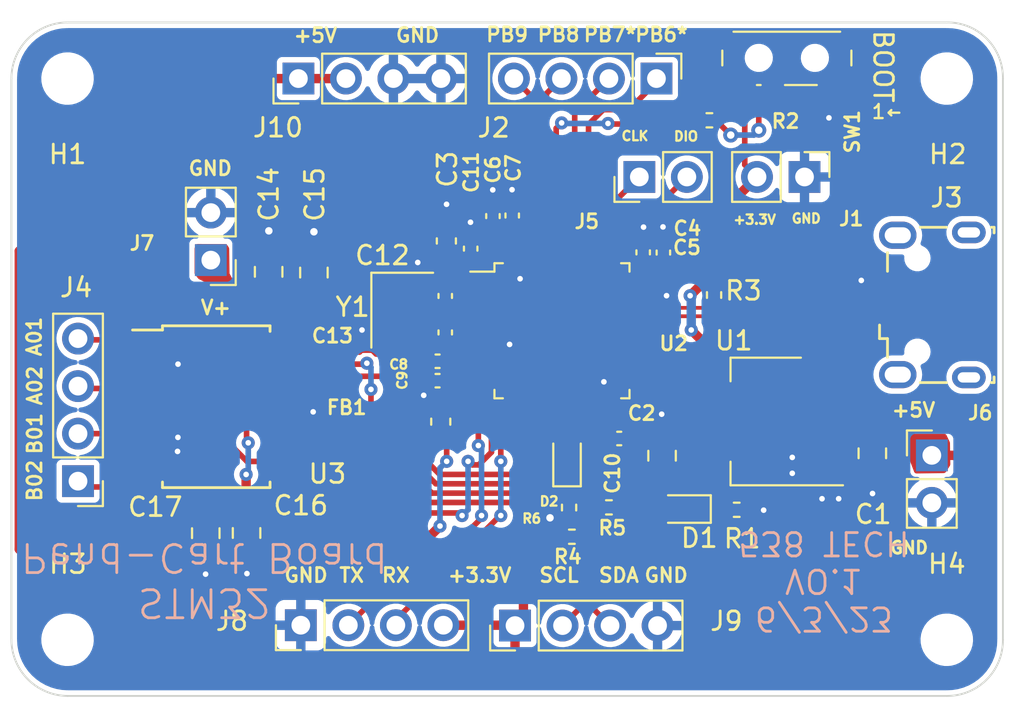
<source format=kicad_pcb>
(kicad_pcb (version 20211014) (generator pcbnew)
  (layers (0 "F.Cu" signal) (31 "B.Cu" power) (34 "B.Paste" user) (35 "F.Paste" user) (36 "B.SilkS" user "B.Silkscreen") (37 "F.SilkS" user "F.Silkscreen") (38 "B.Mask" user) (39 "F.Mask" user) (44 "Edge.Cuts" user))
  (net 0 "")
  (net 1 "+5V")
  (net 2 "GND")
  (net 3 "+3.3V")
  (net 4 "+3.3VA")
  (net 5 "/NRST")
  (net 6 "/HSE_IN")
  (net 7 "/HSE_OUT")
  (net 8 "Motor+")
  (net 9 "/PWR_LED_K")
  (net 10 "TIM4_CH1")
  (net 11 "TIM4_CH2")
  (net 12 "GPIO_INPUT1")
  (net 13 "GPIO_INPUT2")
  (net 14 "/USB_D-")
  (net 15 "/USB_D+")
  (net 18 "/SWDIO")
  (net 19 "/SWCLK")
  (net 20 "USART1_TX")
  (net 21 "USART1_RX")
  (net 22 "I2C2_SCL")
  (net 23 "I2C2_SDA")
  (net 24 "BOOT0")
  (net 25 "Net-(R2-Pad2)")
  (net 29 "PWMA")
  (net 30 "PWMB")
  (net 31 "AOUT1")
  (net 32 "AOUT2")
  (net 33 "BOUT1")
  (net 34 "BOUT2")
  (net 48 "Net-(J4-Pad1)")
  (net 49 "Net-(J4-Pad2)")
  (net 50 "Net-(J4-Pad3)")
  (net 51 "Net-(J4-Pad4)")
  (net 52 "Net-(D2-Pad1)")
  (net 53 "PB1")
  (footprint "Capacitor_SMD:C_0402_1005Metric" (layer "F.Cu") (at 131.28 61.15 180)
    (fp_text reference "C9")
    (fp_text value "1u" hide)
  )
  (footprint "Capacitor_SMD:C_0603_1608Metric" (layer "F.Cu") (at 131.75 53.68 90)
    (fp_text reference "C3")
    (fp_text value "10u" hide)
  )
  (footprint "LED_SMD:LED_0603_1608Metric" (layer "F.Cu") (at 144.4 68.01 180)
    (fp_text reference "D1")
    (fp_text value "RED" hide)
  )
  (footprint "LED_SMD:LED_0603_1608Metric" (layer "F.Cu") (at 138.2 65.31 90)
    (fp_text reference "D2")
    (fp_text value "BLUE" hide)
  )
  (footprint "Connector_USB:USB_Micro-B_Wuerth_629105150521" (layer "F.Cu") (at 157.73 57.1 90)
    (fp_text reference "J3")
    (fp_text value "USB_B_Micro" hide)
  )
  (footprint "Connector_PinHeader_2.54mm:PinHeader_1x04_P2.54mm_Vertical" (layer "F.Cu") (at 123.97 74.22 90)
    (fp_text reference "J8")
    (fp_text value "UART")
  )
  (footprint "MountingHole:MountingHole_2.2mm_M2" (layer "F.Cu") (at 158.5 45)
    (fp_text reference "H2")
    (fp_text value "MountingHole" hide)
  )
  (footprint "Capacitor_SMD:C_0805_2012Metric" (layer "F.Cu") (at 121.07 69.29 -90)
    (fp_text reference "C16")
    (fp_text value "0.1u" hide)
  )
  (footprint "MountingHole:MountingHole_2.2mm_M2" (layer "F.Cu") (at 111.5 45)
    (fp_text reference "H1")
    (fp_text value "MountingHole" hide)
  )
  (footprint "Connector_PinHeader_2.54mm:PinHeader_1x04_P2.54mm_Vertical" (layer "F.Cu") (at 142.98 45 -90)
    (fp_text reference "J2")
    (fp_text value "GPIO")
  )
  (footprint "Resistor_SMD:R_0402_1005Metric" (layer "F.Cu") (at 138.31 67.93 90)
    (fp_text reference "R6")
    (fp_text value "1k5" hide)
  )
  (footprint "Capacitor_SMD:C_0805_2012Metric" (layer "F.Cu") (at 124.67 55.37 90)
    (fp_text reference "C15")
    (fp_text value "10u" hide)
  )
  (footprint "Package_TO_SOT_SMD:SOT-223-3_TabPin2" (layer "F.Cu") (at 148.85 63.33 180)
    (fp_text reference "U1")
    (fp_text value "AMS1117-3.3" hide)
  )
  (footprint "Capacitor_SMD:C_0402_1005Metric" (layer "F.Cu") (at 142.27 54.29 90)
    (fp_text reference "C4")
    (fp_text value "100n" hide)
  )
  (footprint "Capacitor_SMD:C_0402_1005Metric" (layer "F.Cu") (at 131.28 60.11 180)
    (fp_text reference "C8")
    (fp_text value "10n" hide)
  )
  (footprint "Connector_PinHeader_2.54mm:PinHeader_1x02_P2.54mm_Vertical" (layer "F.Cu") (at 119.16 54.705 180)
    (fp_text reference "J7")
    (fp_text value "BAT 12V+" hide)
  )
  (footprint "Capacitor_SMD:C_0402_1005Metric" (layer "F.Cu") (at 133.05 54.09 90)
    (fp_text reference "C11")
    (fp_text value "100n" hide)
  )
  (footprint "MountingHole:MountingHole_2.2mm_M2" (layer "F.Cu") (at 158.5 75)
    (fp_text reference "H4")
    (fp_text value "MountingHole" hide)
  )
  (footprint "Resistor_SMD:R_0402_1005Metric" (layer "F.Cu") (at 145.81 47.23)
    (fp_text reference "R2")
    (fp_text value "10k" hide)
  )
  (footprint "Capacitor_SMD:C_0402_1005Metric" (layer "F.Cu") (at 135.27 52.32 90)
    (fp_text reference "C7")
    (fp_text value "100n" hide)
  )
  (footprint "Resistor_SMD:R_0402_1005Metric" (layer "F.Cu") (at 147.27 68.05)
    (fp_text reference "R1")
    (fp_text value "1k5" hide)
  )
  (footprint "Connector_PinHeader_2.54mm:PinHeader_1x02_P2.54mm_Vertical" (layer "F.Cu") (at 157.7 65.14)
    (fp_text reference "J6")
    (fp_text value "5Vin" hide)
  )
  (footprint "Inductor_SMD:L_0603_1608Metric" (layer "F.Cu") (at 131.45 63.34 -90)
    (fp_text reference "FB1")
    (fp_text value "120R" hide)
  )
  (footprint "Connector_PinHeader_2.54mm:PinHeader_1x02_P2.54mm_Vertical" (layer "F.Cu") (at 150.895 50.26 -90)
    (fp_text reference "J1")
    (fp_text value "PWR" hide)
  )
  (footprint "Connector_PinHeader_2.54mm:PinHeader_1x04_P2.54mm_Vertical" (layer "F.Cu") (at 123.84 45 90)
    (fp_text reference "J10")
    (fp_text value "PWR")
  )
  (footprint "Capacitor_SMD:C_0402_1005Metric" (layer "F.Cu") (at 131.69 56.62 90)
    (fp_text reference "C12")
    (fp_text value "10p" hide)
  )
  (footprint "MountingHole:MountingHole_2.2mm_M2" (layer "F.Cu") (at 111.5 75)
    (fp_text reference "H3")
    (fp_text value "MountingHole" hide)
  )
  (footprint "Capacitor_SMD:C_0402_1005Metric" (layer "F.Cu") (at 140.99 64.24 180)
    (fp_text reference "C10")
    (fp_text value "1u" hide)
  )
  (footprint "Capacitor_SMD:C_0805_2012Metric" (layer "F.Cu") (at 118.89 69.3 -90)
    (fp_text reference "C17")
    (fp_text value "10u" hide)
  )
  (footprint "Capacitor_SMD:C_0805_2012Metric" (layer "F.Cu") (at 122.25 55.33 90)
    (fp_text reference "C14")
    (fp_text value "0.1u" hide)
  )
  (footprint "Resistor_SMD:R_0402_1005Metric" (layer "F.Cu") (at 138.46 69.49)
    (fp_text reference "R4")
    (fp_text value "1k5" hide)
  )
  (footprint "Connector_PinHeader_2.54mm:PinHeader_1x02_P2.54mm_Vertical" (layer "F.Cu") (at 142.065 50.26 90)
    (fp_text reference "J5")
    (fp_text value "DEBUG" hide)
  )
  (footprint "Package_SO:SSOP-24_5.3x8.2mm_P0.65mm" (layer "F.Cu") (at 119.45 62.54)
    (fp_text reference "U3")
    (fp_text value "TB6612FNG" hide)
  )
  (footprint "Connector_PinHeader_2.54mm:PinHeader_1x04_P2.54mm_Vertical" (layer "F.Cu") (at 112.06 66.52 180)
    (fp_text reference "J4")
    (fp_text value "MotorOut")
  )
  (footprint "Capacitor_SMD:C_0805_2012Metric" (layer "F.Cu") (at 143.28 65.16 90)
    (fp_text reference "C2")
    (fp_text value "22u" hide)
  )
  (footprint "Crystal:Crystal_SMD_3225-4Pin_3.2x2.5mm" (layer "F.Cu") (at 129.39 57.38 -90)
    (fp_text reference "Y1")
    (fp_text value "16MHz" hide)
  )
  (footprint "Capacitor_SMD:C_0402_1005Metric" (layer "F.Cu") (at 143.35 54.3 90)
    (fp_text reference "C5")
    (fp_text value "100n" hide)
  )
  (footprint "Resistor_SMD:R_0402_1005Metric" (layer "F.Cu") (at 146.06 56.57 -90)
    (fp_text reference "R3")
    (fp_text value "1k5" hide)
  )
  (footprint "Resistor_SMD:R_0402_1005Metric" (layer "F.Cu") (at 140.44 67.92 180)
    (fp_text reference "R5")
    (fp_text value "1k5" hide)
  )
  (footprint "Button_Switch_SMD:SW_SPDT_PCM12" (layer "F.Cu") (at 149.95 44.225 180)
    (fp_text reference "SW1")
    (fp_text value "SW_SPDT" hide)
  )
  (footprint "Capacitor_SMD:C_0402_1005Metric" (layer "F.Cu") (at 131.69 58.57 -90)
    (fp_text reference "C13")
    (fp_text value "10p" hide)
  )
  (footprint "Capacitor_SMD:C_0402_1005Metric" (layer "F.Cu") (at 134.24 52.35 90)
    (fp_text reference "C6")
    (fp_text value "100n" hide)
  )
  (footprint "Connector_PinHeader_2.54mm:PinHeader_1x04_P2.54mm_Vertical" (layer "F.Cu") (at 135.42 74.24 90)
    (fp_text reference "J9")
    (fp_text value "I2C")
  )
  (footprint "Capacitor_SMD:C_0805_2012Metric" (layer "F.Cu") (at 154.52 65.03 -90)
    (fp_text reference "C1")
    (fp_text value "22u" hide)
  )
  (footprint "Package_QFP:LQFP-48_7x7mm_P0.5mm" (layer "F.Cu") (at 137.93 58.48)
    (fp_text reference "U2")
    (fp_text value "STM32F103C8T6" hide)
  )
  (gr_arc (start 161.5 75) (mid 160.629133 77.129133) (end 158.5 78) (layer "Edge.Cuts") (width 0.1))
  (gr_line (start 111.5 78) (end 158.5 78) (layer "Edge.Cuts") (width 0.1))
  (gr_line (start 108.5 45) (end 108.5 75) (layer "Edge.Cuts") (width 0.1))
  (gr_line (start 158.5 42) (end 111.5 42) (layer "Edge.Cuts") (width 0.1))
  (gr_arc (start 111.5 78) (mid 109.384834 77.115166) (end 108.5 75) (layer "Edge.Cuts") (width 0.1))
  (gr_arc (start 108.5 45) (mid 109.3785 42.8785) (end 111.5 42) (layer "Edge.Cuts") (width 0.1))
  (gr_line (start 161.5 75) (end 161.5 45) (layer "Edge.Cuts") (width 0.1))
  (gr_arc (start 158.5 42) (mid 160.634863 42.865137) (end 161.5 45) (layer "Edge.Cuts") (width 0.1))
  (gr_text "STM32\nPend-Cart Board" (at 118.81 71.8 180) (layer "B.SilkS") (effects (font (size 1.5 1.5)) (justify mirror)))
  (gr_text "6/3/23\nVO.1\n538 TECH" (at 151.93 71.85 180) (layer "B.SilkS") (effects (font (size 1.25 1.25)) (justify mirror)))
  (gr_text "+3.3V" (at 148.23 52.54) (layer "F.SilkS") (effects (font (size 0.5 0.5) (thickness 0.125))))
  (gr_text "SCL" (at 137.77 71.55) (layer "F.SilkS") (effects (font (size 0.75 0.75))))
  (gr_text "GND" (at 156.49 70.08) (layer "F.SilkS") (effects (font (size 0.65 0.65))))
  (gr_text "+5V" (at 156.72 62.72) (layer "F.SilkS") (effects (font (size 0.75 0.75))))
  (gr_text "BOOT" (at 155.1 44.35 270) (layer "F.SilkS") (effects (font (size 1 1))))
  (gr_text "TX" (at 126.69 71.55) (layer "F.SilkS") (effects (font (size 0.75 0.75))))
  (gr_text "PB9" (at 135 42.65) (layer "F.SilkS") (effects (font (size 0.75 0.75))))
  (gr_text "GND" (at 143.5 71.55) (layer "F.SilkS") (effects (font (size 0.75 0.75))))
  (gr_text "DIO" (at 144.56 48.09) (layer "F.SilkS") (effects (font (size 0.5 0.5) (thickness 0.125))))
  (gr_text "GND" (at 119.13 49.8) (layer "F.SilkS") (effects (font (size 0.75 0.75))))
  (gr_text "1←" (at 155.32 46.77) (layer "F.SilkS") (effects (font (size 0.75 0.75) (thickness 0.125))))
  (gr_text "PB6*" (at 143.25 42.65) (layer "F.SilkS") (effects (font (size 0.75 0.75))))
  (gr_text "+3.3V" (at 133.53 71.55) (layer "F.SilkS") (effects (font (size 0.75 0.75))))
  (gr_text "GND" (at 150.99 52.48) (layer "F.SilkS") (effects (font (size 0.5 0.5) (thickness 0.125))))
  (gr_text "GND" (at 130.21 42.68) (layer "F.SilkS") (effects (font (size 0.75 0.75))))
  (gr_text "B01" (at 109.75 63.98 90) (layer "F.SilkS") (effects (font (size 0.75 0.75))))
  (gr_text "GND" (at 124.25 71.55) (layer "F.SilkS") (effects (font (size 0.75 0.75))))
  (gr_text "PB7*" (at 140.5 42.65) (layer "F.SilkS") (effects (font (size 0.75 0.75))))
  (gr_text "+5V" (at 124.75 42.69) (layer "F.SilkS") (effects (font (size 0.75 0.75))))
  (gr_text "A02" (at 109.75 61.41 90) (layer "F.SilkS") (effects (font (size 0.75 0.75))))
  (gr_text "RX" (at 129.05 71.55) (layer "F.SilkS") (effects (font (size 0.75 0.75))))
  (gr_text "SDA" (at 140.97 71.55) (layer "F.SilkS") (effects (font (size 0.75 0.75))))
  (gr_text "PB8" (at 137.75 42.65) (layer "F.SilkS") (effects (font (size 0.75 0.75))))
  (gr_text "V+" (at 119.43 57.24) (layer "F.SilkS") (effects (font (size 0.75 0.75))))
  (gr_text "CLK" (at 141.83 48.07) (layer "F.SilkS") (effects (font (size 0.5 0.5) (thickness 0.125))))
  (gr_text "A01" (at 109.72 58.79 90) (layer "F.SilkS") (effects (font (size 0.75 0.75))))
  (gr_text "B02" (at 109.74 66.49 90) (layer "F.SilkS") (effects (font (size 0.75 0.75))))
  (segment (start 126.38 45) (end 123.84 45) (width 0.5) (layer "F.Cu") (net 1))
  (segment (start 110.682744 71.92) (end 115.89 71.92) (width 0.5) (layer "F.Cu") (net 1))
  (segment (start 149.91 77.32) (end 155.15 72.08) (width 0.5) (layer "F.Cu") (net 1))
  (segment (start 155.15 72.08) (end 159.47 72.08) (width 0.5) (layer "F.Cu") (net 1))
  (segment (start 158.94 65.14) (end 157.7 65.14) (width 0.5) (layer "F.Cu") (net 1))
  (segment (start 123.84 45) (end 118.14 45) (width 0.5) (layer "F.Cu") (net 1))
  (segment (start 108.92 54.22) (end 108.92 70.157256) (width 0.5) (layer "F.Cu") (net 1))
  (segment (start 115.89 71.92) (end 121.29 77.32) (width 0.5) (layer "F.Cu") (net 1))
  (segment (start 118.14 45) (end 108.92 54.22) (width 0.5) (layer "F.Cu") (net 1))
  (segment (start 121.29 77.32) (end 149.91 77.32) (width 0.5) (layer "F.Cu") (net 1))
  (segment (start 159.47 72.08) (end 160.23 71.32) (width 0.5) (layer "F.Cu") (net 1))
  (segment (start 108.92 70.157256) (end 110.682744 71.92) (width 0.5) (layer "F.Cu") (net 1))
  (segment (start 160.23 71.32) (end 160.23 66.43) (width 0.5) (layer "F.Cu") (net 1))
  (segment (start 160.23 66.43) (end 158.94 65.14) (width 0.5) (layer "F.Cu") (net 1))
  (segment (start 131.69 56.14) (end 130.38 56.14) (width 0.5) (layer "F.Cu") (net 2))
  (segment (start 133.05 53.61) (end 133.05 52.69) (width 0.5) (layer "F.Cu") (net 2))
  (segment (start 143.144501 56.23) (end 143.52 56.605499) (width 0.3) (layer "F.Cu") (net 2))
  (segment (start 115.85 64.165) (end 117.385 64.165) (width 0.3) (layer "F.Cu") (net 2))
  (segment (start 143.35 52.95) (end 143.33 52.93) (width 0.5) (layer "F.Cu") (net 2))
  (segment (start 124.5805 62.865) (end 124.63 62.8155) (width 0.3) (layer "F.Cu") (net 2))
  (segment (start 115.85 60.915) (end 115.85 60.265) (width 0.3) (layer "F.Cu") (net 2))
  (segment (start 152.2 47.1) (end 152.2 45.655) (width 0.5) (layer "F.Cu") (net 2))
  (segment (start 133.05 52.69) (end 133.04 52.68) (width 0.5) (layer "F.Cu") (net 2))
  (segment (start 121.07 71.44) (end 121.09 71.46) (width 0.5) (layer "F.Cu") (net 2))
  (segment (start 117.405 60.265) (end 115.85 60.265) (width 0.3) (layer "F.Cu") (net 2))
  (segment (start 134.24 51.87) (end 134.24 50.96) (width 0.5) (layer "F.Cu") (net 2))
  (segment (start 121.07 70.24) (end 121.07 71.44) (width 0.5) (layer "F.Cu") (net 2))
  (segment (start 142.27 52.9595) (end 142.2895 52.94) (width 0.5) (layer "F.Cu") (net 2))
  (segment (start 143.35 53.82) (end 143.35 52.95) (width 0.5) (layer "F.Cu") (net 2))
  (segment (start 138.31 68.44) (end 137.33 68.44) (width 0.3) (layer "F.Cu") (net 2))
  (segment (start 117.385 64.165) (end 117.4 64.18) (width 0.3) (layer "F.Cu") (net 2))
  (segment (start 142.27 53.81) (end 142.27 52.9595) (width 0.5) (layer "F.Cu") (net 2))
  (segment (start 128.54 58.48) (end 127.28 58.48) (width 0.5) (layer "F.Cu") (net 2))
  (segment (start 127.28 58.48) (end 127.24 58.44) (width 0.5) (layer "F.Cu") (net 2))
  (segment (start 133.7675 59.23) (end 131.87 59.23) (width 0.3) (layer "F.Cu") (net 2))
  (segment (start 122.25 53.15) (end 122.26 53.14) (width 0.5) (layer "F.Cu") (net 2))
  (segment (start 154.52 67.17) (end 154.53 67.18) (width 0.5) (layer "F.Cu") (net 2))
  (segment (start 133.7675 59.23) (end 135.11 59.23) (width 0.3) (layer "F.Cu") (net 2))
  (segment (start 123.05 62.865) (end 124.5805 62.865) (width 0.3) (layer "F.Cu") (net 2))
  (segment (start 140.18 61.22) (end 140.17 61.21) (width 0.3) (layer "F.Cu") (net 2))
  (segment (start 148.69 68.05) (end 148.71 68.07) (width 0.5) (layer "F.Cu") (net 2))
  (segment (start 135.11 59.23) (end 135.13 59.21) (width 0.3) (layer "F.Cu") (net 2))
  (segment (start 142.0925 56.23) (end 143.144501 56.23) (width 0.3) (layer "F.Cu") (net 2))
  (segment (start 135.27 50.95) (end 135.26 50.94) (width 0.5) (layer "F.Cu") (net 2))
  (segment (start 143.28 64.21) (end 143.28 62.96) (width 0.5) (layer "F.Cu") (net 2))
  (segment (start 130.8 61.15) (end 130.8 61.6708) (width 0.3) (layer "F.Cu") (net 2))
  (segment (start 147.78 68.05) (end 148.69 68.05) (width 0.5) (layer "F.Cu") (net 2))
  (segment (start 137.33 68.44) (end 137.29 68.48) (width 0.3) (layer "F.Cu") (net 2))
  (segment (start 118.89 70.25) (end 118.89 71.48) (width 0.5) (layer "F.Cu") (net 2))
  (segment (start 153.93 55.79) (end 155.82 55.79) (width 0.3) (layer "F.Cu") (net 2))
  (segment (start 122.25 54.38) (end 122.25 53.15) (width 0.5) (layer "F.Cu") (net 2))
  (segment (start 115.85 64.815) (end 117.265 64.815) (width 0.3) (layer "F.Cu") (net 2))
  (segment (start 143.28 62.96) (end 143.26 62.94) (width 0.5) (layer "F.Cu") (net 2))
  (segment (start 130.24 54.85) (end 130.22 54.83) (width 0.5) (layer "F.Cu") (net 2))
  (segment (start 134.24 50.96) (end 134.23 50.95) (width 0.5) (layer "F.Cu") (net 2))
  (segment (start 117.265 64.815) (end 117.38 64.93) (width 0.3) (layer "F.Cu") (net 2))
  (segment (start 130.8 61.6708) (end 130.539105 61.931695) (width 0.3) (layer "F.Cu") (net 2))
  (segment (start 118.89 71.48) (end 118.88 71.49) (width 0.5) (layer "F.Cu") (net 2))
  (segment (start 135.27 51.84) (end 135.27 50.95) (width 0.5) (layer "F.Cu") (net 2))
  (segment (start 131.75 52.905) (end 131.75 51.73) (width 0.5) (layer "F.Cu") (net 2))
  (segment (start 130.38 56.14) (end 130.24 56.28) (width 0.5) (layer "F.Cu") (net 2))
  (segment (start 130.24 56.28) (end 130.24 54.85) (width 0.5) (layer "F.Cu") (net 2))
  (segment (start 135.68 54.3175) (end 135.68 55.69) (width 0.3) (layer "F.Cu") (net 2))
  (segment (start 130.8 60.11) (end 130.8 61.15) (width 0.3) (layer "F.Cu") (net 2))
  (segment (start 140.18 62.6425) (end 140.18 61.22) (width 0.3) (layer "F.Cu") (net 2))
  (segment (start 131.87 59.23) (end 131.69 59.05) (width 0.3) (layer "F.Cu") (net 2))
  (segment (start 124.67 54.42) (end 124.67 53.19) (width 0.5) (layer "F.Cu") (net 2))
  (segment (start 135.68 55.69) (end 135.69 55.7) (width 0.3) (layer "F.Cu") (net 2))
  (segment (start 155.82 55.79) (end 155.83 55.8) (width 0.3) (layer "F.Cu") (net 2))
  (segment (start 131.75 51.73) (end 131.76 51.72) (width 0.5) (layer "F.Cu") (net 2))
  (segment (start 140.18 62.6425) (end 140.18 63.91) (width 0.3) (layer "F.Cu") (net 2))
  (segment (start 140.18 63.91) (end 140.51 64.24) (width 0.3) (layer "F.Cu") (net 2))
  (via (at 124.63 62.8155) (size 0.7) (drill 0.3) (layers "F.Cu" "B.Cu") (net 2))
  (via (at 117.4 64.18) (size 0.7) (drill 0.3) (layers "F.Cu" "B.Cu") (net 2))
  (via (at 135.26 50.94) (size 0.7) (drill 0.3) (layers "F.Cu" "B.Cu") (net 2))
  (via (at 130.22 54.83) (size 0.7) (drill 0.3) (layers "F.Cu" "B.Cu") (net 2))
  (via (at 137.29 68.48) (size 0.8) (drill 0.4) (layers "F.Cu" "B.Cu") (net 2))
  (via (at 122.26 53.14) (size 0.8) (drill 0.4) (layers "F.Cu" "B.Cu") (net 2))
  (via (at 135.13 59.21) (size 0.7) (drill 0.3) (layers "F.Cu" "B.Cu") (net 2))
  (via (at 152.72 67.46) (size 0.7) (drill 0.3) (layers "F.Cu" "B.Cu") (net 2))
  (via (at 150.24 65.25) (size 0.7) (drill 0.3) (layers "F.Cu" "B.Cu") (net 2))
  (via (at 117.38 64.93) (size 0.7) (drill 0.3) (layers "F.Cu" "B.Cu") (net 2))
  (via (at 131.76 51.72) (size 0.7) (drill 0.3) (layers "F.Cu" "B.Cu") (net 2))
  (via (at 140.17 61.21) (size 0.7) (drill 0.3) (layers "F.Cu" "B.Cu") (net 2))
  (via (at 121.09 71.46) (size 0.7) (drill 0.3) (layers "F.Cu" "B.Cu") (net 2))
  (via (at 130.539105 61.931695) (size 0.7) (drill 0.3) (layers "F.Cu" "B.Cu") (net 2))
  (via (at 150.24 66.1) (size 0.7) (drill 0.3) (layers "F.Cu" "B.Cu") (net 2))
  (via (at 135.69 55.7) (size 0.7) (drill 0.3) (layers "F.Cu" "B.Cu") (net 2))
  (via (at 152.2 47.1) (size 0.7) (drill 0.3) (layers "F.Cu" "B.Cu") (net 2))
  (via (at 148.71 68.07) (size 0.7) (drill 0.3) (layers "F.Cu" "B.Cu") (net 2))
  (via (at 134.23 50.95) (size 0.7) (drill 0.3) (layers "F.Cu" "B.Cu") (net 2))
  (via (at 127.24 58.44) (size 0.7) (drill 0.3) (layers "F.Cu" "B.Cu") (net 2))
  (via (at 151.83 67.46) (size 0.7) (drill 0.3) (layers "F.Cu" "B.Cu") (net 2))
  (via (at 124.67 53.19) (size 0.8) (drill 0.4) (layers "F.Cu" "B.Cu") (net 2))
  (via (at 154.53 67.18) (size 0.7) (drill 0.3) (layers "F.Cu" "B.Cu") (net 2))
  (via (at 143.33 52.93) (size 0.7) (drill 0.3) (layers "F.Cu" "B.Cu") (net 2))
  (via (at 143.52 56.605499) (size 0.7) (drill 0.3) (layers "F.Cu" "B.Cu") (net 2))
  (via (at 133.04 52.68) (size 0.7) (drill 0.3) (layers "F.Cu" "B.Cu") (net 2))
  (via (at 118.88 71.49) (size 0.7) (drill 0.3) (layers "F.Cu" "B.Cu") (net 2))
  (via (at 117.405 60.265) (size 0.7) (drill 0.3) (layers "F.Cu" "B.Cu") (net 2))
  (via (at 142.2895 52.94) (size 0.7) (drill 0.3) (layers "F.Cu" "B.Cu") (net 2))
  (via (at 153.93 55.79) (size 0.7) (drill 0.3) (layers "F.Cu" "B.Cu") (net 2))
  (via (at 143.26 62.94) (size 0.7) (drill 0.3) (layers "F.Cu" "B.Cu") (net 2))
  (segment (start 129.7195 70.61) (end 123.2 70.61) (width 0.5) (layer "F.Cu") (net 3))
  (segment (start 121.505 62.215) (end 121.07 62.65) (width 0.3) (layer "F.Cu") (net 3))
  (segment (start 135.42 74.24) (end 135.42 76.61) (width 0.5) (layer "F.Cu") (net 3))
  (segment (start 135.41 76.62) (end 122.15 76.62) (width 0.5) (layer "F.Cu") (net 3))
  (segment (start 123.05 62.215) (end 121.505 62.215) (width 0.3) (layer "F.Cu") (net 3))
  (segment (start 142.63 66.11) (end 141.47 64.95) (width 0.5) (layer "F.Cu") (net 3))
  (segment (start 121.07 62.65) (end 121.07 64.38) (width 0.3) (layer "F.Cu") (net 3))
  (segment (start 144.68 54.78) (end 143.35 54.78) (width 0.5) (layer "F.Cu") (net 3))
  (segment (start 121.6 76.07) (end 121.6 72.21) (width 0.5) (layer "F.Cu") (net 3))
  (segment (start 137.95 69.49) (end 136.61 69.49) (width 0.5) (layer "F.Cu") (net 3))
  (segment (start 121.07 64.38) (end 121.16 64.47) (width 0.3) (layer "F.Cu") (net 3))
  (segment (start 129.655 52.36) (end 131.75 54.455) (width 0.5) (layer "F.Cu") (net 3))
  (segment (start 135.4 74.22) (end 135.42 74.24) (width 0.5) (layer "F.Cu") (net 3))
  (segment (start 146.06 52.555) (end 148.355 50.26) (width 0.5) (layer "F.Cu") (net 3))
  (segment (start 122.15 76.62) (end 121.6 76.07) (width 0.5) (layer "F.Cu") (net 3))
  (segment (start 147.7 45.655) (end 147.7 49.605) (width 0.3) (layer "F.Cu") (net 3))
  (segment (start 135.87 70.23) (end 135.87 73.79) (width 0.5) (layer "F.Cu") (net 3))
  (segment (start 116.56 57.77) (end 116.56 50.32) (width 0.5) (layer "F.Cu") (net 3))
  (segment (start 143.6125 68.01) (end 143.6125 66.4425) (width 0.5) (layer "F.Cu") (net 3))
  (segment (start 134.17995 52.83) (end 132.34995 51) (width 0.3) (layer "F.Cu") (net 3))
  (segment (start 143.6125 66.4425) (end 143.28 66.11) (width 0.5) (layer "F.Cu") (net 3))
  (segment (start 135.87 73.79) (end 135.42 74.24) (width 0.5) (layer "F.Cu") (net 3))
  (segment (start 146.06 56.06) (end 145.96 56.06) (width 0.5) (layer "F.Cu") (net 3))
  (segment (start 133.025 55.73) (end 131.75 54.455) (width 0.3) (layer "F.Cu") (net 3))
  (segment (start 145.38 76.13) (end 144.89 76.62) (width 0.5) (layer "F.Cu") (net 3))
  (segment (start 130.27 51.74) (end 130.27 51.745) (width 0.3) (layer "F.Cu") (net 3))
  (segment (start 143.6125 68.01) (end 143.6125 69.7025) (width 0.5) (layer "F.Cu") (net 3))
  (segment (start 131.01 51) (end 130.27 51.74) (width 0.3) (layer "F.Cu") (net 3))
  (segment (start 143.5225 67.92) (end 143.6125 68.01) (width 0.5) (layer "F.Cu") (net 3))
  (segment (start 142.0925 54.9475) (end 142.27 54.77) (width 0.3) (layer "F.Cu") (net 3))
  (segment (start 134.27 52.8) (end 134.24 52.83) (width 0.3) (layer "F.Cu") (net 3))
  (segment (start 141.47 63.4325) (end 140.68 62.6425) (width 0.3) (layer "F.Cu") (net 3))
  (segment (start 121.06 68.35) (end 121.07 68.34) (width 0.5) (layer "F.Cu") (net 3))
  (segment (start 123.2 70.61) (end 123.2 69.32) (width 0.5) (layer "F.Cu") (net 3))
  (segment (start 118.89 68.35) (end 118.89 60.1) (width 0.5) (layer "F.Cu") (net 3))
  (segment (start 141.47 64.24) (end 141.47 63.4325) (width 0.3) (layer "F.Cu") (net 3))
  (segment (start 145.7 59.3) (end 144.84 58.44) (width 0.5) (layer "F.Cu") (net 3))
  (segment (start 125.975 48.68) (end 129.655 52.36) (width 0.5) (layer "F.Cu") (net 3))
  (segment (start 123.2 69.32) (end 122.22 68.34) (width 0.5) (layer "F.Cu") (net 3))
  (segment (start 132.34995 51) (end 131.01 51) (width 0.3) (layer "F.Cu") (net 3))
  (segment (start 118.89 60.1) (end 116.56 57.77) (width 0.5) (layer "F.Cu") (net 3))
  (segment (start 145.38 71.49) (end 145.38 76.13) (width 0.5) (layer "F.Cu") (net 3))
  (segment (start 140.95 67.92) (end 143.5225 67.92) (width 0.5) (layer "F.Cu") (net 3))
  (segment (start 143.34 54.77) (end 143.35 54.78) (width 0.3) (layer "F.Cu") (net 3))
  (segment (start 135.18 52.89) (end 135.27 52.8) (width 0.3) (layer "F.Cu") (net 3))
  (segment (start 121.046316 66.162805) (end 121.046316 68.316316) (width 0.5) (layer "F.Cu") (net 3))
  (segment (start 146.06 56.06) (end 146.06 52.555) (width 0.5) (layer "F.Cu") (net 3))
  (segment (start 121.046316 68.316316) (end 121.07 68.34) (width 0.5) (layer "F.Cu") (net 3))
  (segment (start 130.27 51.745) (end 129.655 52.36) (width 0.3) (layer "F.Cu") (net 3))
  (segment (start 135.42 76.61) (end 135.41 76.62) (width 0.5) (layer "F.Cu") (net 3))
  (segment (start 122.22 68.34) (end 121.07 68.34) (width 0.5) (layer "F.Cu") (net 3))
  (segment (start 147.7 49.605) (end 148.355 50.26) (width 0.3) (layer "F.Cu") (net 3))
  (segment (start 143.6125 69.7025) (end 145.37 71.46) (width 0.5) (layer "F.Cu") (net 3))
  (segment (start 145.325499 56.06) (end 146.06 56.06) (width 0.5) (layer "F.Cu") (net 3))
  (segment (start 121.6 72.21) (end 123.2 70.61) (width 0.5) (layer "F.Cu") (net 3))
  (segment (start 141.47 64.95) (end 141.47 64.24) (width 0.5) (layer "F.Cu") (net 3))
  (segment (start 136.61 69.49) (end 135.87 70.23) (width 0.5) (layer "F.Cu") (net 3))
  (segment (start 134.24 52.83) (end 134.17995 52.83) (width 0.3) (layer "F.Cu") (net 3))
  (segment (start 118.89 68.35) (end 121.06 68.35) (width 0.5) (layer "F.Cu") (net 3))
  (segment (start 144.89 76.62) (end 135.41 76.62) (width 0.5) (layer "F.Cu") (net 3))
  (segment (start 116.56 50.32) (end 118.2 48.68) (width 0.5) (layer "F.Cu") (net 3))
  (segment (start 135.18 54.3175) (end 135.18 52.89) (width 0.3) (layer "F.Cu") (net 3))
  (segment (start 142.27 54.77) (end 143.34 54.77) (width 0.3) (layer "F.Cu") (net 3))
  (segment (start 131.41 68.9195) (end 129.7195 70.61) (width 0.5) (layer "F.Cu") (net 3))
  (segment (start 143.28 66.11) (end 142.63 66.11) (width 0.5) (layer "F.Cu") (net 3))
  (segment (start 145.7 63.33) (end 145.7 59.3) (width 0.5) (layer "F.Cu") (net 3))
  (segment (start 142.0925 55.73) (end 142.0925 54.9475) (width 0.3) (layer "F.Cu") (net 3))
  (segment (start 131.59 74.22) (end 135.4 74.22) (width 0.5) (layer "F.Cu") (net 3))
  (segment (start 133.7675 55.73) (end 133.025 55.73) (width 0.3) (layer "F.Cu") (net 3))
  (segment (start 135.27 52.8) (end 134.27 52.8) (width 0.3) (layer "F.Cu") (net 3))
  (segment (start 145.96 56.06) (end 144.68 54.78) (width 0.5) (layer "F.Cu") (net 3))
  (segment (start 131.766728 64.444228) (end 131.45 64.1275) (width 0.3) (layer "F.Cu") (net 3))
  (segment (start 123.05 61.565) (end 123.05 62.215) (width 0.3) (layer "F.Cu") (net 3))
  (segment (start 118.2 48.68) (end 125.975 48.68) (width 0.5) (layer "F.Cu") (net 3))
  (segment (start 131.766728 65.4605) (end 131.766728 64.444228) (width 0.3) (layer "F.Cu") (net 3))
  (segment (start 144.78 56.605499) (end 145.325499 56.06) (width 0.5) (layer "F.Cu") (net 3))
  (via (at 131.41 68.9195) (size 0.7) (drill 0.3) (layers "F.Cu" "B.Cu") (net 3))
  (via (at 144.84 58.44) (size 0.7) (drill 0.3) (layers "F.Cu" "B.Cu") (net 3))
  (via (at 144.78 56.605499) (size 0.7) (drill 0.3) (layers "F.Cu" "B.Cu") (net 3))
  (via (at 121.16 64.47) (size 0.7) (drill 0.3) (layers "F.Cu" "B.Cu") (net 3))
  (via (at 131.766728 65.4605) (size 0.7) (drill 0.3) (layers "F.Cu" "B.Cu") (net 3))
  (via (at 121.046316 66.162805) (size 0.7) (drill 0.3) (layers "F.Cu" "B.Cu") (net 3))
  (segment (start 121.16 64.47) (end 121.16 66.049121) (width 0.3) (layer "B.Cu") (net 3))
  (segment (start 121.16 66.049121) (end 121.046316 66.162805) (width 0.3) (layer "B.Cu") (net 3))
  (segment (start 144.84 58.44) (end 144.84 56.665499) (width 0.5) (layer "B.Cu") (net 3))
  (segment (start 131.41 68.9195) (end 131.41 65.817228) (width 0.3) (layer "B.Cu") (net 3))
  (segment (start 144.84 56.665499) (end 144.78 56.605499) (width 0.5) (layer "B.Cu") (net 3))
  (segment (start 131.41 65.817228) (end 131.766728 65.4605) (width 0.3) (layer "B.Cu") (net 3))
  (segment (start 131.45 61.46) (end 131.76 61.15) (width 0.3) (layer "F.Cu") (net 4))
  (segment (start 132.14 59.73) (end 131.76 60.11) (width 0.3) (layer "F.Cu") (net 4))
  (segment (start 131.45 62.5525) (end 131.45 61.46) (width 0.3) (layer "F.Cu") (net 4))
  (segment (start 133.7675 59.73) (end 132.14 59.73) (width 0.3) (layer "F.Cu") (net 4))
  (segment (start 131.76 61.15) (end 131.76 60.11) (width 0.5) (layer "F.Cu") (net 4))
  (segment (start 133.05 54.57) (end 134.093959 54.57) (width 0.3) (layer "F.Cu") (net 5))
  (segment (start 134.936041 58.4) (end 134.606041 58.73) (width 0.3) (layer "F.Cu") (net 5))
  (segment (start 134.093959 54.57) (end 134.96 55.436041) (width 0.3) (layer "F.Cu") (net 5))
  (segment (start 134.96 55.436041) (end 134.96 58.4) (width 0.3) (layer "F.Cu") (net 5))
  (segment (start 134.606041 58.73) (end 133.7675 58.73) (width 0.3) (layer "F.Cu") (net 5))
  (segment (start 134.96 58.4) (end 134.936041 58.4) (width 0.3) (layer "F.Cu") (net 5))
  (segment (start 131.46 57.33) (end 131.69 57.1) (width 0.3) (layer "F.Cu") (net 6))
  (segment (start 132.298959 57.1) (end 132.928959 57.73) (width 0.3) (layer "F.Cu") (net 6))
  (segment (start 128.54 56.28) (end 128.54 56.58) (width 0.3) (layer "F.Cu") (net 6))
  (segment (start 128.54 56.58) (end 129.29 57.33) (width 0.3) (layer "F.Cu") (net 6))
  (segment (start 131.69 57.1) (end 132.298959 57.1) (width 0.3) (layer "F.Cu") (net 6))
  (segment (start 132.928959 57.73) (end 133.7675 57.73) (width 0.3) (layer "F.Cu") (net 6))
  (segment (start 129.29 57.33) (end 131.46 57.33) (width 0.3) (layer "F.Cu") (net 6))
  (segment (start 133.7675 58.23) (end 131.83 58.23) (width 0.3) (layer "F.Cu") (net 7))
  (segment (start 130.24 58.48) (end 130.74 58.48) (width 0.3) (layer "F.Cu") (net 7))
  (segment (start 130.74 58.48) (end 131.13 58.09) (width 0.3) (layer "F.Cu") (net 7))
  (segment (start 131.83 58.23) (end 131.69 58.09) (width 0.3) (layer "F.Cu") (net 7))
  (segment (start 131.13 58.09) (end 131.69 58.09) (width 0.3) (layer "F.Cu") (net 7))
  (segment (start 121.355 58.965) (end 123.05 58.965) (width 0.3) (layer "F.Cu") (net 8))
  (segment (start 123.05 65.465) (end 123.05 66.115) (width 0.3) (layer "F.Cu") (net 8))
  (segment (start 120.35 64.72) (end 120.35 59.97) (width 0.3) (layer "F.Cu") (net 8))
  (segment (start 120.35 59.97) (end 121.355 58.965) (width 0.3) (layer "F.Cu") (net 8))
  (segment (start 121.095 65.465) (end 120.35 64.72) (width 0.3) (layer "F.Cu") (net 8))
  (segment (start 123.05 65.465) (end 121.095 65.465) (width 0.3) (layer "F.Cu") (net 8))
  (segment (start 145.1875 68.01) (end 146.72 68.01) (width 0.3) (layer "F.Cu") (net 9))
  (segment (start 146.72 68.01) (end 146.76 68.05) (width 0.3) (layer "F.Cu") (net 9))
  (segment (start 139.35 47.45) (end 140.14 46.66) (width 0.3) (layer "F.Cu") (net 10))
  (segment (start 138.18 52.474212) (end 139.35 51.304212) (width 0.3) (layer "F.Cu") (net 10))
  (segment (start 139.35 51.304212) (end 139.35 47.45) (width 0.3) (layer "F.Cu") (net 10))
  (segment (start 138.18 54.3175) (end 138.18 52.474212) (width 0.3) (layer "F.Cu") (net 10))
  (segment (start 142.98 45.19) (end 142.98 45) (width 0.3) (layer "F.Cu") (net 10))
  (segment (start 141.51 46.66) (end 142.98 45.19) (width 0.3) (layer "F.Cu") (net 10))
  (segment (start 140.14 46.66) (end 141.51 46.66) (width 0.3) (layer "F.Cu") (net 10))
  (segment (start 138.61 46.83) (end 140.44 45) (width 0.3) (layer "F.Cu") (net 11))
  (segment (start 138.61 51.337106) (end 138.61 46.83) (width 0.3) (layer "F.Cu") (net 11))
  (segment (start 137.68 54.3175) (end 137.68 52.267106) (width 0.3) (layer "F.Cu") (net 11))
  (segment (start 137.68 52.267106) (end 138.61 51.337106) (width 0.3) (layer "F.Cu") (net 11))
  (segment (start 136.68 51.84) (end 136.68 54.3175) (width 0.3) (layer "F.Cu") (net 12))
  (segment (start 137.9 45) (end 137.1 45.8) (width 0.3) (layer "F.Cu") (net 12))
  (segment (start 137.1 51.42) (end 136.68 51.84) (width 0.3) (layer "F.Cu") (net 12))
  (segment (start 137.1 45.8) (end 137.1 51.42) (width 0.3) (layer "F.Cu") (net 12))
  (segment (start 136.18 54.3175) (end 136.18 45.82) (width 0.3) (layer "F.Cu") (net 13))
  (segment (start 136.18 45.82) (end 135.36 45) (width 0.3) (layer "F.Cu") (net 13))
  (segment (start 142.0925 57.73) (end 142.117499 57.705001) (width 0.2) (layer "F.Cu") (net 14))
  (segment (start 142.117499 57.705001) (end 155.785001 57.705001) (width 0.2) (layer "F.Cu") (net 14))
  (segment (start 155.785001 57.705001) (end 155.83 57.75) (width 0.2) (layer "F.Cu") (net 14))
  (segment (start 155.035 57.1) (end 155.83 57.1) (width 0.2) (layer "F.Cu") (net 15))
  (segment (start 154.88 57.255) (end 155.035 57.1) (width 0.2) (layer "F.Cu") (net 15))
  (segment (start 142.117499 57.254999) (end 154.88 57.255) (width 0.2) (layer "F.Cu") (net 15))
  (segment (start 142.0925 57.23) (end 142.117499 57.254999) (width 0.2) (layer "F.Cu") (net 15))
  (segment (start 142.37 51.68) (end 143.185 51.68) (width 0.3) (layer "F.Cu") (net 18))
  (segment (start 143.185 51.68) (end 144.605 50.26) (width 0.3) (layer "F.Cu") (net 18))
  (segment (start 141.39 54.946041) (end 141.39 52.66) (width 0.3) (layer "F.Cu") (net 18))
  (segment (start 141.005 55.331041) (end 141.39 54.946041) (width 0.3) (layer "F.Cu") (net 18))
  (segment (start 142.0925 56.73) (end 141.253959 56.73) (width 0.3) (layer "F.Cu") (net 18))
  (segment (start 141.005 56.481041) (end 141.005 55.331041) (width 0.3) (layer "F.Cu") (net 18))
  (segment (start 141.253959 56.73) (end 141.005 56.481041) (width 0.3) (layer "F.Cu") (net 18))
  (segment (start 141.39 52.66) (end 142.37 51.68) (width 0.3) (layer "F.Cu") (net 18))
  (segment (start 140.68 51.645) (end 142.065 50.26) (width 0.3) (layer "F.Cu") (net 19))
  (segment (start 140.68 54.3175) (end 140.68 51.645) (width 0.3) (layer "F.Cu") (net 19))
  (segment (start 133.63 68.49) (end 129.88 72.24) (width 0.3) (layer "F.Cu") (net 20))
  (segment (start 128.49 72.24) (end 126.51 74.22) (width 0.3) (layer "F.Cu") (net 20))
  (segment (start 133.63 68.3595) (end 133.63 68.49) (width 0.3) (layer "F.Cu") (net 20))
  (segment (start 133.460058 61.537442) (end 133.7675 61.23) (width 0.3) (layer "F.Cu") (net 20))
  (segment (start 133.460058 64.615432) (end 133.460058 61.537442) (width 0.3) (layer "F.Cu") (net 20))
  (segment (start 129.88 72.24) (end 128.49 72.24) (width 0.3) (layer "F.Cu") (net 20))
  (via (at 133.63 68.3595) (size 0.7) (drill 0.3) (layers "F.Cu" "B.Cu") (net 20))
  (via (at 133.460058 64.615432) (size 0.7) (drill 0.3) (layers "F.Cu" "B.Cu") (net 20))
  (segment (start 133.63 68.3595) (end 133.63 64.785374) (width 0.3) (layer "B.Cu") (net 20))
  (segment (start 133.63 64.785374) (end 133.460058 64.615432) (width 0.3) (layer "B.Cu") (net 20))
  (segment (start 134.659558 63.162942) (end 135.18 62.6425) (width 0.3) (layer "F.Cu") (net 21))
  (segment (start 134.6205 68.3595) (end 129.05 73.93) (width 0.3) (layer "F.Cu") (net 21))
  (segment (start 129.05 73.93) (end 129.05 74.22) (width 0.3) (layer "F.Cu") (net 21))
  (segment (start 134.659558 65.4605) (end 134.659558 63.162942) (width 0.3) (layer "F.Cu") (net 21))
  (segment (start 134.659558 68.3595) (end 134.6205 68.3595) (width 0.3) (layer "F.Cu") (net 21))
  (via (at 134.659558 65.4605) (size 0.7) (drill 0.3) (layers "F.Cu" "B.Cu") (net 21))
  (via (at 134.659558 68.3595) (size 0.7) (drill 0.3) (layers "F.Cu" "B.Cu") (net 21))
  (segment (start 134.659558 68.3595) (end 134.659558 65.4605) (width 0.3) (layer "B.Cu") (net 21))
  (segment (start 139.16 69.49) (end 139.18 69.47) (width 0.3) (layer "F.Cu") (net 22))
  (segment (start 139.18 69.47) (end 139.18 73.02) (width 0.3) (layer "F.Cu") (net 22))
  (segment (start 139.18 62.6425) (end 139.18 69.47) (width 0.3) (layer "F.Cu") (net 22))
  (segment (start 138.97 69.49) (end 139.16 69.49) (width 0.3) (layer "F.Cu") (net 22))
  (segment (start 139.18 73.02) (end 137.96 74.24) (width 0.3) (layer "F.Cu") (net 22))
  (segment (start 139.93 67.92) (end 139.73 67.92) (width 0.3) (layer "F.Cu") (net 23))
  (segment (start 139.68 62.6425) (end 139.68 67.87) (width 0.3) (layer "F.Cu") (net 23))
  (segment (start 139.73 67.92) (end 139.68 67.87) (width 0.3) (layer "F.Cu") (net 23))
  (segment (start 139.68 67.87) (end 139.68 73.42) (width 0.3) (layer "F.Cu") (net 23))
  (segment (start 139.68 73.42) (end 140.5 74.24) (width 0.3) (layer "F.Cu") (net 23))
  (segment (start 137.18 52.06) (end 137.18 54.3175) (width 0.3) (layer "F.Cu") (net 24))
  (segment (start 145.3 47.23) (end 145.1 47.43) (width 0.3) (layer "F.Cu") (net 24))
  (segment (start 140.4205 47.43) (end 140.389872 47.399372) (width 0.3) (layer "F.Cu") (net 24))
  (segment (start 137.9105 47.37) (end 137.62 47.6605) (width 0.3) (layer "F.Cu") (net 24))
  (segment (start 145.1 47.43) (end 140.4205 47.43) (width 0.3) (layer "F.Cu") (net 24))
  (segment (start 137.62 47.6605) (end 137.62 51.62) (width 0.3) (layer "F.Cu") (net 24))
  (segment (start 137.62 51.62) (end 137.18 52.06) (width 0.3) (layer "F.Cu") (net 24))
  (via (at 140.389872 47.399372) (size 0.7) (drill 0.3) (layers "F.Cu" "B.Cu") (net 24))
  (via (at 137.9105 47.37) (size 0.7) (drill 0.3) (layers "F.Cu" "B.Cu") (net 24))
  (segment (start 140.389872 47.399372) (end 137.939872 47.399372) (width 0.3) (layer "B.Cu") (net 24))
  (segment (start 137.939872 47.399372) (end 137.9105 47.37) (width 0.3) (layer "B.Cu") (net 24))
  (segment (start 146.32 47.23) (end 146.32 47.3895) (width 0.3) (layer "F.Cu") (net 25))
  (segment (start 148.4495 47.76) (end 148.4495 46.4055) (width 0.3) (layer "F.Cu") (net 25))
  (segment (start 146.32 47.3895) (end 146.9505 48.02) (width 0.3) (layer "F.Cu") (net 25))
  (segment (start 148.4495 46.4055) (end 149.2 45.655) (width 0.3) (layer "F.Cu") (net 25))
  (via (at 146.9505 48.02) (size 0.8) (drill 0.4) (layers "F.Cu" "B.Cu") (net 25))
  (via (at 148.4495 47.76) (size 0.8) (drill 0.4) (layers "F.Cu" "B.Cu") (net 25))
  (segment (start 146.9505 48.02) (end 148.1895 48.02) (width 0.3) (layer "B.Cu") (net 25))
  (segment (start 148.1895 48.02) (end 148.4495 47.76) (width 0.3) (layer "B.Cu") (net 25))
  (segment (start 132.68 60.46) (end 132.91 60.23) (width 0.3) (layer "F.Cu") (net 29))
  (segment (start 132.68 62.601834) (end 132.68 60.46) (width 0.3) (layer "F.Cu") (net 29))
  (segment (start 127.11055 59.615) (end 127.21005 59.5155) (width 0.3) (layer "F.Cu") (net 29))
  (segment (start 129.839105 61.641745) (end 129.839105 62.220939) (width 0.3) (layer "F.Cu") (net 29))
  (segment (start 129.839105 62.220939) (end 130.958166 63.34) (width 0.3) (layer "F.Cu") (net 29))
  (segment (start 127.21005 59.5155) (end 127.78995 59.5155) (width 0.3) (layer "F.Cu") (net 29))
  (segment (start 131.941834 63.34) (end 132.68 62.601834) (width 0.3) (layer "F.Cu") (net 29))
  (segment (start 129.9 61.58085) (end 129.839105 61.641745) (width 0.3) (layer "F.Cu") (net 29))
  (segment (start 130.958166 63.34) (end 131.941834 63.34) (width 0.3) (layer "F.Cu") (net 29))
  (segment (start 132.91 60.23) (end 133.7675 60.23) (width 0.3) (layer "F.Cu") (net 29))
  (segment (start 127.99445 59.72) (end 129.9 59.72) (width 0.3) (layer "F.Cu") (net 29))
  (segment (start 127.78995 59.5155) (end 127.99445 59.72) (width 0.3) (layer "F.Cu") (net 29))
  (segment (start 129.9 59.72) (end 129.9 61.58085) (width 0.3) (layer "F.Cu") (net 29))
  (segment (start 123.05 59.615) (end 127.11055 59.615) (width 0.3) (layer "F.Cu") (net 29))
  (segment (start 127.155 64.815) (end 123.05 64.815) (width 0.3) (layer "F.Cu") (net 30))
  (segment (start 133.14 65.65) (end 132.9505 65.4605) (width 0.3) (layer "F.Cu") (net 30))
  (segment (start 132.4505 68.22) (end 130.56 68.22) (width 0.3) (layer "F.Cu") (net 30))
  (segment (start 132.9505 65.4605) (end 132.91 65.4605) (width 0.3) (layer "F.Cu") (net 30))
  (segment (start 134.159558 62.955836) (end 134.53 62.585394) (width 0.3) (layer "F.Cu") (net 30))
  (segment (start 133.14 65.65) (end 133.480108 65.65) (width 0.3) (layer "F.Cu") (net 30))
  (segment (start 134.606041 60.73) (end 133.7675 60.73) (width 0.3) (layer "F.Cu") (net 30))
  (segment (start 134.86698 61.61698) (end 134.86698 60.990939) (width 0.3) (layer "F.Cu") (net 30))
  (segment (start 130.56 68.22) (end 127.155 64.815) (width 0.3) (layer "F.Cu") (net 30))
  (segment (start 134.159558 64.97055) (end 134.159558 62.955836) (width 0.3) (layer "F.Cu") (net 30))
  (segment (start 132.59 68.3595) (end 132.4505 68.22) (width 0.3) (layer "F.Cu") (net 30))
  (segment (start 134.53 61.95396) (end 134.86698 61.61698) (width 0.3) (layer "F.Cu") (net 30))
  (segment (start 133.480108 65.65) (end 134.159558 64.97055) (width 0.3) (layer "F.Cu") (net 30))
  (segment (start 134.53 62.585394) (end 134.53 61.95396) (width 0.3) (layer "F.Cu") (net 30))
  (segment (start 134.86698 60.990939) (end 134.606041 60.73) (width 0.3) (layer "F.Cu") (net 30))
  (via (at 132.91 65.4605) (size 0.7) (drill 0.3) (layers "F.Cu" "B.Cu") (net 30))
  (via (at 132.59 68.3595) (size 0.7) (drill 0.3) (layers "F.Cu" "B.Cu") (net 30))
  (segment (start 132.91 68.05) (end 132.8995 68.05) (width 0.3) (layer "B.Cu") (net 30))
  (segment (start 132.8995 68.05) (end 132.59 68.3595) (width 0.3) (layer "B.Cu") (net 30))
  (segment (start 132.91 65.4605) (end 132.91 68.05) (width 0.3) (layer "B.Cu") (net 30))
  (segment (start 135.68 65.968682) (end 135.488682 66.16) (width 0.3) (layer "F.Cu") (net 31))
  (segment (start 135.488682 66.16) (end 131.394212 66.16) (width 0.3) (layer "F.Cu") (net 31))
  (segment (start 128.85 61.2) (end 128.565 60.915) (width 0.3) (layer "F.Cu") (net 31))
  (segment (start 135.68 62.6425) (end 135.68 65.968682) (width 0.3) (layer "F.Cu") (net 31))
  (segment (start 128.85 63.615788) (end 128.85 61.2) (width 0.3) (layer "F.Cu") (net 31))
  (segment (start 128.565 60.915) (end 123.05 60.915) (width 0.3) (layer "F.Cu") (net 31))
  (segment (start 131.394212 66.16) (end 128.85 63.615788) (width 0.3) (layer "F.Cu") (net 31))
  (segment (start 127.72 63.192894) (end 127.72 61.6145) (width 0.3) (layer "F.Cu") (net 32))
  (segment (start 127.5 60.2155) (end 127.4505 60.265) (width 0.3) (layer "F.Cu") (net 32))
  (segment (start 127.4505 60.265) (end 123.05 60.265) (width 0.3) (layer "F.Cu") (net 32))
  (segment (start 131.187106 66.66) (end 127.72 63.192894) (width 0.3) (layer "F.Cu") (net 32))
  (segment (start 135.695788 66.66) (end 131.187106 66.66) (width 0.3) (layer "F.Cu") (net 32))
  (segment (start 136.18 66.175788) (end 135.695788 66.66) (width 0.3) (layer "F.Cu") (net 32))
  (segment (start 136.18 62.6425) (end 136.18 66.175788) (width 0.3) (layer "F.Cu") (net 32))
  (via (at 127.5 60.2155) (size 0.7) (drill 0.3) (layers "F.Cu" "B.Cu") (net 32))
  (via (at 127.72 61.6145) (size 0.7) (drill 0.3) (layers "F.Cu" "B.Cu") (net 32))
  (segment (start 127.72 60.4355) (end 127.5 60.2155) (width 0.3) (layer "B.Cu") (net 32))
  (segment (start 127.72 61.6145) (end 127.72 60.4355) (width 0.3) (layer "B.Cu") (net 32))
  (segment (start 136.68 62.6425) (end 136.68 66.382894) (width 0.3) (layer "F.Cu") (net 33))
  (segment (start 136.68 66.382894) (end 135.902894 67.16) (width 0.3) (layer "F.Cu") (net 33))
  (segment (start 130.98 67.16) (end 127.335 63.515) (width 0.3) (layer "F.Cu") (net 33))
  (segment (start 127.335 63.515) (end 123.05 63.515) (width 0.3) (layer "F.Cu") (net 33))
  (segment (start 135.902894 67.16) (end 130.98 67.16) (width 0.3) (layer "F.Cu") (net 33))
  (segment (start 137.18 66.59) (end 136.11 67.66) (width 0.3) (layer "F.Cu") (net 34))
  (segment (start 137.18 62.6425) (end 137.18 66.59) (width 0.3) (layer "F.Cu") (net 34))
  (segment (start 136.11 67.66) (end 130.772894 67.66) (width 0.3) (layer "F.Cu") (net 34))
  (segment (start 130.772894 67.66) (end 127.277894 64.165) (width 0.3) (layer "F.Cu") (net 34))
  (segment (start 127.277894 64.165) (end 123.05 64.165) (width 0.3) (layer "F.Cu") (net 34))
  (segment (start 118.2 65.41) (end 116.78 66.83) (width 0.3) (layer "F.Cu") (net 48))
  (segment (start 116.78 66.83) (end 112.37 66.83) (width 0.3) (layer "F.Cu") (net 48))
  (segment (start 115.85 62.865) (end 115.85 63.515) (width 0.3) (layer "F.Cu") (net 48))
  (segment (start 112.37 66.83) (end 112.06 66.52) (width 0.3) (layer "F.Cu") (net 48))
  (segment (start 117.305 62.865) (end 118.2 63.76) (width 0.3) (layer "F.Cu") (net 48))
  (segment (start 115.85 62.865) (end 117.305 62.865) (width 0.3) (layer "F.Cu") (net 48))
  (segment (start 118.2 63.76) (end 118.2 65.41) (width 0.3) (layer "F.Cu") (net 48))
  (segment (start 114.37 64.18) (end 114.17 63.98) (width 0.3) (layer "F.Cu") (net 49))
  (segment (start 114.37 64.98) (end 114.37 64.18) (width 0.3) (layer "F.Cu") (net 49))
  (segment (start 115.85 65.465) (end 115.85 66.115) (width 0.3) (layer "F.Cu") (net 49))
  (segment (start 114.17 63.98) (end 112.06 63.98) (width 0.3) (layer "F.Cu") (net 49))
  (segment (start 115.85 65.465) (end 114.855 65.465) (width 0.3) (layer "F.Cu") (net 49))
  (segment (start 114.855 65.465) (end 114.37 64.98) (width 0.3) (layer "F.Cu") (net 49))
  (segment (start 115.85 62.215) (end 115.85 61.565) (width 0.3) (layer "F.Cu") (net 50))
  (segment (start 112.185 61.565) (end 112.06 61.44) (width 0.3) (layer "F.Cu") (net 50))
  (segment (start 115.85 61.565) (end 112.185 61.565) (width 0.3) (layer "F.Cu") (net 50))
  (segment (start 112.125 58.965) (end 112.06 58.9) (width 0.3) (layer "F.Cu") (net 51))
  (segment (start 115.85 59.615) (end 115.85 58.965) (width 0.3) (layer "F.Cu") (net 51))
  (segment (start 115.85 58.965) (end 112.125 58.965) (width 0.3) (layer "F.Cu") (net 51))
  (segment (start 138.2 66.0975) (end 138.2 67.31) (width 0.3) (layer "F.Cu") (net 52))
  (segment (start 138.2 67.31) (end 138.31 67.42) (width 0.3) (layer "F.Cu") (net 52))
  (segment (start 138.18 64.5025) (end 138.2 64.5225) (width 0.3) (layer "F.Cu") (net 53))
  (segment (start 138.18 62.6425) (end 138.18 64.5025) (width 0.3) (layer "F.Cu") (net 53))
  (zone (net 8) (net_name "Motor+") (layer "F.Cu") (connect_pads yes (clearance 0.3)) (min_thickness 0.254) (fill yes (thermal_gap 0.508) (thermal_bridge_width 0.508))
    (polygon (pts (xy 120.14 54.05) (xy 120.16 55.42) (xy 120.32 55.72) (xy 125.25 55.73) (xy 125.47 55.91) (xy 125.47 56.63) (xy 125.35 56.82) (xy 124.17 56.82) (xy 123.91 57) (xy 123.91 59.17) (xy 123.83 59.22) (xy 122.19 59.22) (xy 122.06 59.15) (xy 122.08 57.06) (xy 119.88 56.4) (xy 118.5 55.71) (xy 118.29 55.44) (xy 118.29 54.08) (xy 118.37 53.84) (xy 120 53.85)))
  )
  (zone (net 1) (net_name "+5V") (layer "F.Cu") (connect_pads yes (clearance 0.3)) (min_thickness 0.25) (fill yes (thermal_gap 0.5) (thermal_bridge_width 0.5))
    (polygon (pts (xy 156.62 58.23) (xy 156.7 58.31) (xy 156.71 58.62) (xy 156.53 58.86) (xy 154.78 58.88) (xy 154.19 59.16) (xy 154.22 62.9) (xy 154.5 63.3) (xy 155.35 63.33) (xy 155.82 63.99) (xy 158.45 63.99) (xy 158.67 64.45) (xy 158.69 65.66) (xy 158.41 66.09) (xy 156.79 66.11) (xy 156.3 64.84) (xy 155.47 64.81) (xy 153.79 64.79) (xy 153.45 64.44) (xy 153.41 62.32) (xy 153.1 62) (xy 151.07 62.01) (xy 150.74 61.75) (xy 150.75 60.3) (xy 151.09 59.98) (xy 153.11 59.98) (xy 153.6 59.58) (xy 153.58 58.55) (xy 154.429681 58.24)))
  )
  (zone (net 2) (net_name "GND") (layer "F.Cu") (connect_pads yes (clearance 0.3)) (min_thickness 0.25) (fill yes (thermal_gap 0.5) (thermal_bridge_width 0.5))
    (polygon (pts (xy 153 64.55) (xy 153.39 65.22) (xy 155.55 65.27) (xy 155.74 65.52) (xy 155.74 67) (xy 155.24 67.55) (xy 153.19 67.55) (xy 152.9 67.91) (xy 151.58 67.93) (xy 151.29 67.61) (xy 151.27 66.66) (xy 149.859829 66.477473) (xy 149.829829 64.897473) (xy 150.09 64.56) (xy 150.96 64.55)))
  )
  (zone (net 3) (net_name "+3.3V") (layer "F.Cu") (connect_pads yes (clearance 0.3)) (min_thickness 0.25) (fill yes (thermal_gap 0.5) (thermal_bridge_width 0.5))
    (polygon (pts (xy 147.14 61.55) (xy 147.15 62.18) (xy 147.42 62.37) (xy 152.91 62.38) (xy 152.92 62.38) (xy 153.04 62.56) (xy 153.05 64.03) (xy 152.97 64.21) (xy 147.28 64.2) (xy 146.99 64.56) (xy 147 65.39) (xy 146.72 65.56) (xy 144.69 65.57) (xy 144.5 65.79) (xy 144.5 66.24) (xy 144.26 66.6) (xy 142.54 66.61) (xy 142.38 66.39) (xy 142.38 65.71) (xy 142.67 65.41) (xy 144.27 65.41) (xy 144.51 65.09) (xy 144.47 61.46) (xy 144.77 61.19) (xy 146.81 61.19)))
  )
  (zone (net 2) (net_name "GND") (layer "B.Cu") (connect_pads (clearance 0.3)) (min_thickness 0.25) (fill yes (thermal_gap 0.5) (thermal_bridge_width 0.5))
    (polygon (pts (xy 162.11 43.26) (xy 162.65 75.79) (xy 159.37 78.91) (xy 110.93 78.71) (xy 107.89 76.8) (xy 108.02 43.86) (xy 108.39 42.29) (xy 108.46 42.32) (xy 161.03 41.64)))
  )
)
</source>
